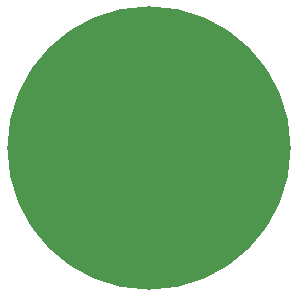
<source format=gbp>
G04 #@! TF.GenerationSoftware,KiCad,Pcbnew,5.1.9+dfsg1-1*
G04 #@! TF.CreationDate,2023-03-08T14:36:01+09:00*
G04 #@! TF.ProjectId,top,746f702e-6b69-4636-9164-5f7063625858,rev?*
G04 #@! TF.SameCoordinates,Original*
G04 #@! TF.FileFunction,Paste,Bot*
G04 #@! TF.FilePolarity,Positive*
%FSLAX46Y46*%
G04 Gerber Fmt 4.6, Leading zero omitted, Abs format (unit mm)*
G04 Created by KiCad (PCBNEW 5.1.9+dfsg1-1) date 2023-03-08 14:36:01*
%MOMM*%
%LPD*%
G01*
G04 APERTURE LIST*
%ADD10C,24.000000*%
G04 APERTURE END LIST*
D10*
X175000000Y-110000000D03*
M02*

</source>
